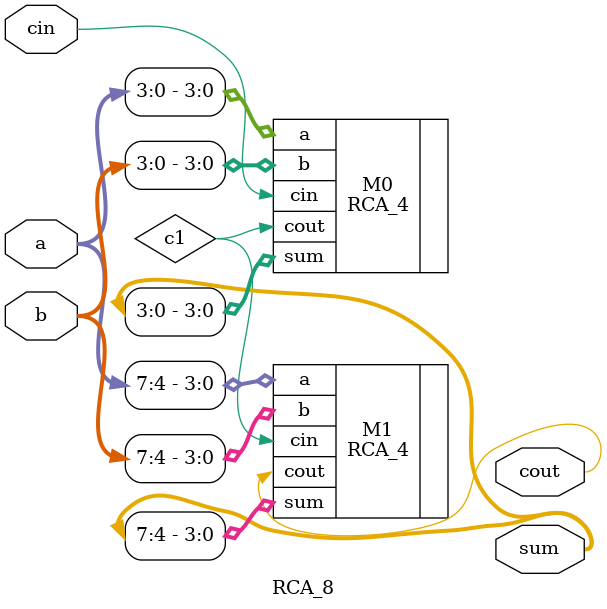
<source format=v>
`timescale 1ns / 1ps


module RCA_8(a,b,cin,sum,cout); 
    input [7:0]a,b; 
    input cin; 
    output [7:0]sum; 
    output cout; 
    
    wire c1;
    RCA_4 M0(.a(a[3:0]),.b(b[3:0]),.cin(cin),.sum(sum[3:0]),.cout(c1)); 
    RCA_4 M1(.a(a[7:4]),.b(b[7:4]),.cin(c1),.sum(sum[7:4]),.cout(cout));   
endmodule

</source>
